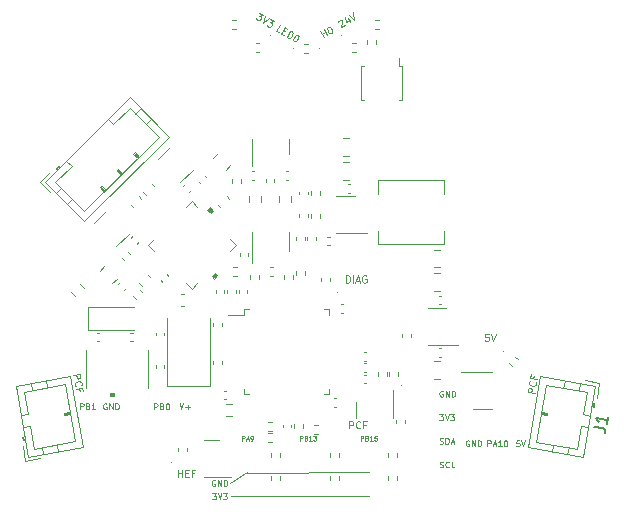
<source format=gto>
G04 #@! TF.GenerationSoftware,KiCad,Pcbnew,(6.0.0)*
G04 #@! TF.CreationDate,2022-01-08T17:27:50+01:00*
G04 #@! TF.ProjectId,MiniAB-CAN-Board,4d696e69-4142-42d4-9341-4e2d426f6172,1*
G04 #@! TF.SameCoordinates,Original*
G04 #@! TF.FileFunction,Legend,Top*
G04 #@! TF.FilePolarity,Positive*
%FSLAX46Y46*%
G04 Gerber Fmt 4.6, Leading zero omitted, Abs format (unit mm)*
G04 Created by KiCad (PCBNEW (6.0.0)) date 2022-01-08 17:27:50*
%MOMM*%
%LPD*%
G01*
G04 APERTURE LIST*
%ADD10C,0.100000*%
%ADD11C,0.080000*%
%ADD12C,0.150000*%
%ADD13C,0.120000*%
G04 APERTURE END LIST*
D10*
X207630000Y-85710000D02*
X219340000Y-85710000D01*
X209050000Y-83720000D02*
X219340000Y-83700000D01*
X209050000Y-83710000D02*
X207620000Y-84590000D01*
X203313809Y-77866190D02*
X203480476Y-78366190D01*
X203647142Y-77866190D01*
X203813809Y-78175714D02*
X204194761Y-78175714D01*
X204004285Y-78366190D02*
X204004285Y-77985238D01*
D11*
X208593333Y-81010952D02*
X208593333Y-80610952D01*
X208745714Y-80610952D01*
X208783809Y-80630000D01*
X208802857Y-80649047D01*
X208821904Y-80687142D01*
X208821904Y-80744285D01*
X208802857Y-80782380D01*
X208783809Y-80801428D01*
X208745714Y-80820476D01*
X208593333Y-80820476D01*
X208974285Y-80896666D02*
X209164761Y-80896666D01*
X208936190Y-81010952D02*
X209069523Y-80610952D01*
X209202857Y-81010952D01*
X209355238Y-81010952D02*
X209431428Y-81010952D01*
X209469523Y-80991904D01*
X209488571Y-80972857D01*
X209526666Y-80915714D01*
X209545714Y-80839523D01*
X209545714Y-80687142D01*
X209526666Y-80649047D01*
X209507619Y-80630000D01*
X209469523Y-80610952D01*
X209393333Y-80610952D01*
X209355238Y-80630000D01*
X209336190Y-80649047D01*
X209317142Y-80687142D01*
X209317142Y-80782380D01*
X209336190Y-80820476D01*
X209355238Y-80839523D01*
X209393333Y-80858571D01*
X209469523Y-80858571D01*
X209507619Y-80839523D01*
X209526666Y-80820476D01*
X209545714Y-80782380D01*
X218654285Y-81010952D02*
X218654285Y-80610952D01*
X218806666Y-80610952D01*
X218844761Y-80630000D01*
X218863809Y-80649047D01*
X218882857Y-80687142D01*
X218882857Y-80744285D01*
X218863809Y-80782380D01*
X218844761Y-80801428D01*
X218806666Y-80820476D01*
X218654285Y-80820476D01*
X219187619Y-80801428D02*
X219244761Y-80820476D01*
X219263809Y-80839523D01*
X219282857Y-80877619D01*
X219282857Y-80934761D01*
X219263809Y-80972857D01*
X219244761Y-80991904D01*
X219206666Y-81010952D01*
X219054285Y-81010952D01*
X219054285Y-80610952D01*
X219187619Y-80610952D01*
X219225714Y-80630000D01*
X219244761Y-80649047D01*
X219263809Y-80687142D01*
X219263809Y-80725238D01*
X219244761Y-80763333D01*
X219225714Y-80782380D01*
X219187619Y-80801428D01*
X219054285Y-80801428D01*
X219663809Y-81010952D02*
X219435238Y-81010952D01*
X219549523Y-81010952D02*
X219549523Y-80610952D01*
X219511428Y-80668095D01*
X219473333Y-80706190D01*
X219435238Y-80725238D01*
X220025714Y-80610952D02*
X219835238Y-80610952D01*
X219816190Y-80801428D01*
X219835238Y-80782380D01*
X219873333Y-80763333D01*
X219968571Y-80763333D01*
X220006666Y-80782380D01*
X220025714Y-80801428D01*
X220044761Y-80839523D01*
X220044761Y-80934761D01*
X220025714Y-80972857D01*
X220006666Y-80991904D01*
X219968571Y-81010952D01*
X219873333Y-81010952D01*
X219835238Y-80991904D01*
X219816190Y-80972857D01*
D10*
X194900952Y-78356190D02*
X194900952Y-77856190D01*
X195091428Y-77856190D01*
X195139047Y-77880000D01*
X195162857Y-77903809D01*
X195186666Y-77951428D01*
X195186666Y-78022857D01*
X195162857Y-78070476D01*
X195139047Y-78094285D01*
X195091428Y-78118095D01*
X194900952Y-78118095D01*
X195567619Y-78094285D02*
X195639047Y-78118095D01*
X195662857Y-78141904D01*
X195686666Y-78189523D01*
X195686666Y-78260952D01*
X195662857Y-78308571D01*
X195639047Y-78332380D01*
X195591428Y-78356190D01*
X195400952Y-78356190D01*
X195400952Y-77856190D01*
X195567619Y-77856190D01*
X195615238Y-77880000D01*
X195639047Y-77903809D01*
X195662857Y-77951428D01*
X195662857Y-77999047D01*
X195639047Y-78046666D01*
X195615238Y-78070476D01*
X195567619Y-78094285D01*
X195400952Y-78094285D01*
X196162857Y-78356190D02*
X195877142Y-78356190D01*
X196020000Y-78356190D02*
X196020000Y-77856190D01*
X195972380Y-77927619D01*
X195924761Y-77975238D01*
X195877142Y-77999047D01*
X227819047Y-81010000D02*
X227771428Y-80986190D01*
X227700000Y-80986190D01*
X227628571Y-81010000D01*
X227580952Y-81057619D01*
X227557142Y-81105238D01*
X227533333Y-81200476D01*
X227533333Y-81271904D01*
X227557142Y-81367142D01*
X227580952Y-81414761D01*
X227628571Y-81462380D01*
X227700000Y-81486190D01*
X227747619Y-81486190D01*
X227819047Y-81462380D01*
X227842857Y-81438571D01*
X227842857Y-81271904D01*
X227747619Y-81271904D01*
X228057142Y-81486190D02*
X228057142Y-80986190D01*
X228342857Y-81486190D01*
X228342857Y-80986190D01*
X228580952Y-81486190D02*
X228580952Y-80986190D01*
X228700000Y-80986190D01*
X228771428Y-81010000D01*
X228819047Y-81057619D01*
X228842857Y-81105238D01*
X228866666Y-81200476D01*
X228866666Y-81271904D01*
X228842857Y-81367142D01*
X228819047Y-81414761D01*
X228771428Y-81462380D01*
X228700000Y-81486190D01*
X228580952Y-81486190D01*
X201170952Y-78366190D02*
X201170952Y-77866190D01*
X201361428Y-77866190D01*
X201409047Y-77890000D01*
X201432857Y-77913809D01*
X201456666Y-77961428D01*
X201456666Y-78032857D01*
X201432857Y-78080476D01*
X201409047Y-78104285D01*
X201361428Y-78128095D01*
X201170952Y-78128095D01*
X201837619Y-78104285D02*
X201909047Y-78128095D01*
X201932857Y-78151904D01*
X201956666Y-78199523D01*
X201956666Y-78270952D01*
X201932857Y-78318571D01*
X201909047Y-78342380D01*
X201861428Y-78366190D01*
X201670952Y-78366190D01*
X201670952Y-77866190D01*
X201837619Y-77866190D01*
X201885238Y-77890000D01*
X201909047Y-77913809D01*
X201932857Y-77961428D01*
X201932857Y-78009047D01*
X201909047Y-78056666D01*
X201885238Y-78080476D01*
X201837619Y-78104285D01*
X201670952Y-78104285D01*
X202266190Y-77866190D02*
X202313809Y-77866190D01*
X202361428Y-77890000D01*
X202385238Y-77913809D01*
X202409047Y-77961428D01*
X202432857Y-78056666D01*
X202432857Y-78175714D01*
X202409047Y-78270952D01*
X202385238Y-78318571D01*
X202361428Y-78342380D01*
X202313809Y-78366190D01*
X202266190Y-78366190D01*
X202218571Y-78342380D01*
X202194761Y-78318571D01*
X202170952Y-78270952D01*
X202147142Y-78175714D01*
X202147142Y-78056666D01*
X202170952Y-77961428D01*
X202194761Y-77913809D01*
X202218571Y-77890000D01*
X202266190Y-77866190D01*
X225344761Y-83262380D02*
X225416190Y-83286190D01*
X225535238Y-83286190D01*
X225582857Y-83262380D01*
X225606666Y-83238571D01*
X225630476Y-83190952D01*
X225630476Y-83143333D01*
X225606666Y-83095714D01*
X225582857Y-83071904D01*
X225535238Y-83048095D01*
X225440000Y-83024285D01*
X225392380Y-83000476D01*
X225368571Y-82976666D01*
X225344761Y-82929047D01*
X225344761Y-82881428D01*
X225368571Y-82833809D01*
X225392380Y-82810000D01*
X225440000Y-82786190D01*
X225559047Y-82786190D01*
X225630476Y-82810000D01*
X226130476Y-83238571D02*
X226106666Y-83262380D01*
X226035238Y-83286190D01*
X225987619Y-83286190D01*
X225916190Y-83262380D01*
X225868571Y-83214761D01*
X225844761Y-83167142D01*
X225820952Y-83071904D01*
X225820952Y-83000476D01*
X225844761Y-82905238D01*
X225868571Y-82857619D01*
X225916190Y-82810000D01*
X225987619Y-82786190D01*
X226035238Y-82786190D01*
X226106666Y-82810000D01*
X226130476Y-82833809D01*
X226582857Y-83286190D02*
X226344761Y-83286190D01*
X226344761Y-82786190D01*
X197129047Y-77880000D02*
X197081428Y-77856190D01*
X197010000Y-77856190D01*
X196938571Y-77880000D01*
X196890952Y-77927619D01*
X196867142Y-77975238D01*
X196843333Y-78070476D01*
X196843333Y-78141904D01*
X196867142Y-78237142D01*
X196890952Y-78284761D01*
X196938571Y-78332380D01*
X197010000Y-78356190D01*
X197057619Y-78356190D01*
X197129047Y-78332380D01*
X197152857Y-78308571D01*
X197152857Y-78141904D01*
X197057619Y-78141904D01*
X197367142Y-78356190D02*
X197367142Y-77856190D01*
X197652857Y-78356190D01*
X197652857Y-77856190D01*
X197890952Y-78356190D02*
X197890952Y-77856190D01*
X198010000Y-77856190D01*
X198081428Y-77880000D01*
X198129047Y-77927619D01*
X198152857Y-77975238D01*
X198176666Y-78070476D01*
X198176666Y-78141904D01*
X198152857Y-78237142D01*
X198129047Y-78284761D01*
X198081428Y-78332380D01*
X198010000Y-78356190D01*
X197890952Y-78356190D01*
X225320952Y-78776190D02*
X225630476Y-78776190D01*
X225463809Y-78966666D01*
X225535238Y-78966666D01*
X225582857Y-78990476D01*
X225606666Y-79014285D01*
X225630476Y-79061904D01*
X225630476Y-79180952D01*
X225606666Y-79228571D01*
X225582857Y-79252380D01*
X225535238Y-79276190D01*
X225392380Y-79276190D01*
X225344761Y-79252380D01*
X225320952Y-79228571D01*
X225773333Y-78776190D02*
X225940000Y-79276190D01*
X226106666Y-78776190D01*
X226225714Y-78776190D02*
X226535238Y-78776190D01*
X226368571Y-78966666D01*
X226440000Y-78966666D01*
X226487619Y-78990476D01*
X226511428Y-79014285D01*
X226535238Y-79061904D01*
X226535238Y-79180952D01*
X226511428Y-79228571D01*
X226487619Y-79252380D01*
X226440000Y-79276190D01*
X226297142Y-79276190D01*
X226249523Y-79252380D01*
X226225714Y-79228571D01*
X229388571Y-81486190D02*
X229388571Y-80986190D01*
X229579047Y-80986190D01*
X229626666Y-81010000D01*
X229650476Y-81033809D01*
X229674285Y-81081428D01*
X229674285Y-81152857D01*
X229650476Y-81200476D01*
X229626666Y-81224285D01*
X229579047Y-81248095D01*
X229388571Y-81248095D01*
X229864761Y-81343333D02*
X230102857Y-81343333D01*
X229817142Y-81486190D02*
X229983809Y-80986190D01*
X230150476Y-81486190D01*
X230579047Y-81486190D02*
X230293333Y-81486190D01*
X230436190Y-81486190D02*
X230436190Y-80986190D01*
X230388571Y-81057619D01*
X230340952Y-81105238D01*
X230293333Y-81129047D01*
X230888571Y-80986190D02*
X230936190Y-80986190D01*
X230983809Y-81010000D01*
X231007619Y-81033809D01*
X231031428Y-81081428D01*
X231055238Y-81176666D01*
X231055238Y-81295714D01*
X231031428Y-81390952D01*
X231007619Y-81438571D01*
X230983809Y-81462380D01*
X230936190Y-81486190D01*
X230888571Y-81486190D01*
X230840952Y-81462380D01*
X230817142Y-81438571D01*
X230793333Y-81390952D01*
X230769523Y-81295714D01*
X230769523Y-81176666D01*
X230793333Y-81081428D01*
X230817142Y-81033809D01*
X230840952Y-81010000D01*
X230888571Y-80986190D01*
D11*
X213504285Y-81010952D02*
X213504285Y-80610952D01*
X213656666Y-80610952D01*
X213694761Y-80630000D01*
X213713809Y-80649047D01*
X213732857Y-80687142D01*
X213732857Y-80744285D01*
X213713809Y-80782380D01*
X213694761Y-80801428D01*
X213656666Y-80820476D01*
X213504285Y-80820476D01*
X214037619Y-80801428D02*
X214094761Y-80820476D01*
X214113809Y-80839523D01*
X214132857Y-80877619D01*
X214132857Y-80934761D01*
X214113809Y-80972857D01*
X214094761Y-80991904D01*
X214056666Y-81010952D01*
X213904285Y-81010952D01*
X213904285Y-80610952D01*
X214037619Y-80610952D01*
X214075714Y-80630000D01*
X214094761Y-80649047D01*
X214113809Y-80687142D01*
X214113809Y-80725238D01*
X214094761Y-80763333D01*
X214075714Y-80782380D01*
X214037619Y-80801428D01*
X213904285Y-80801428D01*
X214513809Y-81010952D02*
X214285238Y-81010952D01*
X214399523Y-81010952D02*
X214399523Y-80610952D01*
X214361428Y-80668095D01*
X214323333Y-80706190D01*
X214285238Y-80725238D01*
X214647142Y-80610952D02*
X214894761Y-80610952D01*
X214761428Y-80763333D01*
X214818571Y-80763333D01*
X214856666Y-80782380D01*
X214875714Y-80801428D01*
X214894761Y-80839523D01*
X214894761Y-80934761D01*
X214875714Y-80972857D01*
X214856666Y-80991904D01*
X214818571Y-81010952D01*
X214704285Y-81010952D01*
X214666190Y-80991904D01*
X214647142Y-80972857D01*
D10*
X206080952Y-85476190D02*
X206390476Y-85476190D01*
X206223809Y-85666666D01*
X206295238Y-85666666D01*
X206342857Y-85690476D01*
X206366666Y-85714285D01*
X206390476Y-85761904D01*
X206390476Y-85880952D01*
X206366666Y-85928571D01*
X206342857Y-85952380D01*
X206295238Y-85976190D01*
X206152380Y-85976190D01*
X206104761Y-85952380D01*
X206080952Y-85928571D01*
X206533333Y-85476190D02*
X206700000Y-85976190D01*
X206866666Y-85476190D01*
X206985714Y-85476190D02*
X207295238Y-85476190D01*
X207128571Y-85666666D01*
X207200000Y-85666666D01*
X207247619Y-85690476D01*
X207271428Y-85714285D01*
X207295238Y-85761904D01*
X207295238Y-85880952D01*
X207271428Y-85928571D01*
X207247619Y-85952380D01*
X207200000Y-85976190D01*
X207057142Y-85976190D01*
X207009523Y-85952380D01*
X206985714Y-85928571D01*
X206319047Y-84390000D02*
X206271428Y-84366190D01*
X206200000Y-84366190D01*
X206128571Y-84390000D01*
X206080952Y-84437619D01*
X206057142Y-84485238D01*
X206033333Y-84580476D01*
X206033333Y-84651904D01*
X206057142Y-84747142D01*
X206080952Y-84794761D01*
X206128571Y-84842380D01*
X206200000Y-84866190D01*
X206247619Y-84866190D01*
X206319047Y-84842380D01*
X206342857Y-84818571D01*
X206342857Y-84651904D01*
X206247619Y-84651904D01*
X206557142Y-84866190D02*
X206557142Y-84366190D01*
X206842857Y-84866190D01*
X206842857Y-84366190D01*
X207080952Y-84866190D02*
X207080952Y-84366190D01*
X207200000Y-84366190D01*
X207271428Y-84390000D01*
X207319047Y-84437619D01*
X207342857Y-84485238D01*
X207366666Y-84580476D01*
X207366666Y-84651904D01*
X207342857Y-84747142D01*
X207319047Y-84794761D01*
X207271428Y-84842380D01*
X207200000Y-84866190D01*
X207080952Y-84866190D01*
X225609047Y-76810000D02*
X225561428Y-76786190D01*
X225490000Y-76786190D01*
X225418571Y-76810000D01*
X225370952Y-76857619D01*
X225347142Y-76905238D01*
X225323333Y-77000476D01*
X225323333Y-77071904D01*
X225347142Y-77167142D01*
X225370952Y-77214761D01*
X225418571Y-77262380D01*
X225490000Y-77286190D01*
X225537619Y-77286190D01*
X225609047Y-77262380D01*
X225632857Y-77238571D01*
X225632857Y-77071904D01*
X225537619Y-77071904D01*
X225847142Y-77286190D02*
X225847142Y-76786190D01*
X226132857Y-77286190D01*
X226132857Y-76786190D01*
X226370952Y-77286190D02*
X226370952Y-76786190D01*
X226490000Y-76786190D01*
X226561428Y-76810000D01*
X226609047Y-76857619D01*
X226632857Y-76905238D01*
X226656666Y-77000476D01*
X226656666Y-77071904D01*
X226632857Y-77167142D01*
X226609047Y-77214761D01*
X226561428Y-77262380D01*
X226490000Y-77286190D01*
X226370952Y-77286190D01*
X225332857Y-81262380D02*
X225404285Y-81286190D01*
X225523333Y-81286190D01*
X225570952Y-81262380D01*
X225594761Y-81238571D01*
X225618571Y-81190952D01*
X225618571Y-81143333D01*
X225594761Y-81095714D01*
X225570952Y-81071904D01*
X225523333Y-81048095D01*
X225428095Y-81024285D01*
X225380476Y-81000476D01*
X225356666Y-80976666D01*
X225332857Y-80929047D01*
X225332857Y-80881428D01*
X225356666Y-80833809D01*
X225380476Y-80810000D01*
X225428095Y-80786190D01*
X225547142Y-80786190D01*
X225618571Y-80810000D01*
X225832857Y-81286190D02*
X225832857Y-80786190D01*
X225951904Y-80786190D01*
X226023333Y-80810000D01*
X226070952Y-80857619D01*
X226094761Y-80905238D01*
X226118571Y-81000476D01*
X226118571Y-81071904D01*
X226094761Y-81167142D01*
X226070952Y-81214761D01*
X226023333Y-81262380D01*
X225951904Y-81286190D01*
X225832857Y-81286190D01*
X226309047Y-81143333D02*
X226547142Y-81143333D01*
X226261428Y-81286190D02*
X226428095Y-80786190D01*
X226594761Y-81286190D01*
X232094761Y-80986190D02*
X231856666Y-80986190D01*
X231832857Y-81224285D01*
X231856666Y-81200476D01*
X231904285Y-81176666D01*
X232023333Y-81176666D01*
X232070952Y-81200476D01*
X232094761Y-81224285D01*
X232118571Y-81271904D01*
X232118571Y-81390952D01*
X232094761Y-81438571D01*
X232070952Y-81462380D01*
X232023333Y-81486190D01*
X231904285Y-81486190D01*
X231856666Y-81462380D01*
X231832857Y-81438571D01*
X232261428Y-80986190D02*
X232428095Y-81486190D01*
X232594761Y-80986190D01*
G04 #@! TO.C,D7*
X211732811Y-46449349D02*
X211485375Y-46306492D01*
X211785375Y-45786877D01*
X212063159Y-46277170D02*
X212236364Y-46377170D01*
X212153452Y-46692206D02*
X211906016Y-46549349D01*
X212206016Y-46029734D01*
X212453452Y-46172591D01*
X212376144Y-46820778D02*
X212676144Y-46301163D01*
X212799862Y-46372591D01*
X212859807Y-46440192D01*
X212880723Y-46518250D01*
X212876895Y-46582023D01*
X212844496Y-46695283D01*
X212801639Y-46769514D01*
X212719752Y-46854203D01*
X212666437Y-46889404D01*
X212588379Y-46910320D01*
X212499862Y-46892206D01*
X212376144Y-46820778D01*
X213294734Y-46658305D02*
X213344221Y-46686877D01*
X213379422Y-46740192D01*
X213389880Y-46779221D01*
X213386052Y-46842994D01*
X213353653Y-46956254D01*
X213282225Y-47079972D01*
X213200338Y-47164661D01*
X213147023Y-47199862D01*
X213107994Y-47210320D01*
X213044221Y-47206492D01*
X212994734Y-47177921D01*
X212959532Y-47124606D01*
X212949074Y-47085576D01*
X212952902Y-47021803D01*
X212985302Y-46908543D01*
X213056730Y-46784826D01*
X213138617Y-46700137D01*
X213191932Y-46664935D01*
X213230961Y-46654478D01*
X213294734Y-46658305D01*
G04 #@! TO.C,D6*
X210040952Y-44774020D02*
X210362619Y-44959734D01*
X210075128Y-45057683D01*
X210149359Y-45100540D01*
X210184560Y-45153855D01*
X210195018Y-45192884D01*
X210191190Y-45256657D01*
X210119761Y-45380375D01*
X210066446Y-45415576D01*
X210027417Y-45426034D01*
X209963644Y-45422206D01*
X209815183Y-45336492D01*
X209779981Y-45283177D01*
X209769523Y-45244148D01*
X210511080Y-45045448D02*
X210384285Y-45665064D01*
X210857490Y-45245448D01*
X210981208Y-45316877D02*
X211302875Y-45502591D01*
X211015384Y-45600540D01*
X211089615Y-45643397D01*
X211124816Y-45696712D01*
X211135274Y-45735741D01*
X211131446Y-45799514D01*
X211060018Y-45923232D01*
X211006703Y-45958434D01*
X210967673Y-45968891D01*
X210903900Y-45965064D01*
X210755439Y-45879349D01*
X210720238Y-45826034D01*
X210709780Y-45787005D01*
G04 #@! TO.C,D9*
X217402857Y-67631428D02*
X217402857Y-67031428D01*
X217545714Y-67031428D01*
X217631428Y-67060000D01*
X217688571Y-67117142D01*
X217717142Y-67174285D01*
X217745714Y-67288571D01*
X217745714Y-67374285D01*
X217717142Y-67488571D01*
X217688571Y-67545714D01*
X217631428Y-67602857D01*
X217545714Y-67631428D01*
X217402857Y-67631428D01*
X218002857Y-67631428D02*
X218002857Y-67031428D01*
X218260000Y-67460000D02*
X218545714Y-67460000D01*
X218202857Y-67631428D02*
X218402857Y-67031428D01*
X218602857Y-67631428D01*
X219117142Y-67060000D02*
X219060000Y-67031428D01*
X218974285Y-67031428D01*
X218888571Y-67060000D01*
X218831428Y-67117142D01*
X218802857Y-67174285D01*
X218774285Y-67288571D01*
X218774285Y-67374285D01*
X218802857Y-67488571D01*
X218831428Y-67545714D01*
X218888571Y-67602857D01*
X218974285Y-67631428D01*
X219031428Y-67631428D01*
X219117142Y-67602857D01*
X219145714Y-67574285D01*
X219145714Y-67374285D01*
X219031428Y-67374285D01*
G04 #@! TO.C,J2*
X194298660Y-75493698D02*
X194889545Y-75389510D01*
X194929236Y-75614608D01*
X194911021Y-75675845D01*
X194887845Y-75708943D01*
X194836532Y-75747003D01*
X194752120Y-75761888D01*
X194690884Y-75743673D01*
X194657785Y-75720497D01*
X194619725Y-75669184D01*
X194580034Y-75444085D01*
X194518660Y-76412309D02*
X194485562Y-76389133D01*
X194442540Y-76309682D01*
X194432617Y-76253407D01*
X194445871Y-76164034D01*
X194492223Y-76097836D01*
X194543536Y-76059776D01*
X194651124Y-76011793D01*
X194735536Y-75996909D01*
X194853047Y-76005201D01*
X194914283Y-76023416D01*
X194980480Y-76069768D01*
X195023502Y-76149218D01*
X195033425Y-76205493D01*
X195020171Y-76294867D01*
X194996995Y-76327965D01*
X194851279Y-76817854D02*
X194816549Y-76620893D01*
X194507038Y-76675468D02*
X195097923Y-76571279D01*
X195147536Y-76852653D01*
G04 #@! TO.C,D2*
X203180000Y-84091428D02*
X203180000Y-83491428D01*
X203180000Y-83777142D02*
X203522857Y-83777142D01*
X203522857Y-84091428D02*
X203522857Y-83491428D01*
X203808571Y-83777142D02*
X204008571Y-83777142D01*
X204094285Y-84091428D02*
X203808571Y-84091428D01*
X203808571Y-83491428D01*
X204094285Y-83491428D01*
X204551428Y-83777142D02*
X204351428Y-83777142D01*
X204351428Y-84091428D02*
X204351428Y-83491428D01*
X204637142Y-83491428D01*
G04 #@! TO.C,D4*
X216735696Y-45552078D02*
X216746154Y-45513049D01*
X216781355Y-45459734D01*
X216905073Y-45388305D01*
X216968846Y-45384478D01*
X217007875Y-45394935D01*
X217061190Y-45430137D01*
X217089761Y-45479624D01*
X217107875Y-45568141D01*
X216982381Y-46036492D01*
X217304047Y-45850778D01*
X217549432Y-45247225D02*
X217749432Y-45593635D01*
X217311428Y-45120705D02*
X217401996Y-45563287D01*
X217723662Y-45377573D01*
X217647380Y-44959734D02*
X218120585Y-45379349D01*
X217993791Y-44759734D01*
D12*
G04 #@! TO.C,J1*
X238440404Y-79822262D02*
X239143838Y-79946296D01*
X239276256Y-80017999D01*
X239353510Y-80128328D01*
X239375598Y-80277284D01*
X239359060Y-80371075D01*
X239598860Y-79011102D02*
X239499633Y-79573849D01*
X239549246Y-79292476D02*
X238564439Y-79118828D01*
X238688588Y-79237426D01*
X238765841Y-79347755D01*
X238796199Y-79449815D01*
D10*
X233383270Y-76980567D02*
X232792385Y-76876378D01*
X232832076Y-76651279D01*
X232870137Y-76599966D01*
X232903235Y-76576790D01*
X232964471Y-76558575D01*
X233048883Y-76573459D01*
X233100197Y-76611519D01*
X233123373Y-76644618D01*
X233141587Y-76705854D01*
X233101896Y-76930953D01*
X233490721Y-76042111D02*
X233513897Y-76075210D01*
X233527150Y-76164583D01*
X233517227Y-76220858D01*
X233474206Y-76300309D01*
X233408008Y-76346661D01*
X233346772Y-76364875D01*
X233229261Y-76373167D01*
X233144849Y-76358283D01*
X233037261Y-76310300D01*
X232985948Y-76272240D01*
X232939596Y-76206042D01*
X232926343Y-76116669D01*
X232936265Y-76060394D01*
X232979287Y-75980943D01*
X233012386Y-75957768D01*
X233316866Y-75547261D02*
X233282137Y-75744222D01*
X233591648Y-75798797D02*
X233000763Y-75694608D01*
X233050377Y-75413235D01*
G04 #@! TO.C,D1*
X217685714Y-79971428D02*
X217685714Y-79371428D01*
X217914285Y-79371428D01*
X217971428Y-79400000D01*
X218000000Y-79428571D01*
X218028571Y-79485714D01*
X218028571Y-79571428D01*
X218000000Y-79628571D01*
X217971428Y-79657142D01*
X217914285Y-79685714D01*
X217685714Y-79685714D01*
X218628571Y-79914285D02*
X218600000Y-79942857D01*
X218514285Y-79971428D01*
X218457142Y-79971428D01*
X218371428Y-79942857D01*
X218314285Y-79885714D01*
X218285714Y-79828571D01*
X218257142Y-79714285D01*
X218257142Y-79628571D01*
X218285714Y-79514285D01*
X218314285Y-79457142D01*
X218371428Y-79400000D01*
X218457142Y-79371428D01*
X218514285Y-79371428D01*
X218600000Y-79400000D01*
X218628571Y-79428571D01*
X219085714Y-79657142D02*
X218885714Y-79657142D01*
X218885714Y-79971428D02*
X218885714Y-79371428D01*
X219171428Y-79371428D01*
G04 #@! TO.C,D3*
X215519816Y-46883635D02*
X215219816Y-46364020D01*
X215362674Y-46611456D02*
X215659597Y-46440027D01*
X215816739Y-46712206D02*
X215516739Y-46192591D01*
X215863150Y-45992591D02*
X215912637Y-45964020D01*
X215976410Y-45960192D01*
X216015439Y-45970650D01*
X216068754Y-46005851D01*
X216150640Y-46090540D01*
X216222069Y-46214258D01*
X216254468Y-46327518D01*
X216258296Y-46391291D01*
X216247838Y-46430320D01*
X216212637Y-46483635D01*
X216163150Y-46512206D01*
X216099377Y-46516034D01*
X216060347Y-46505576D01*
X216007032Y-46470375D01*
X215925146Y-46385686D01*
X215853717Y-46261968D01*
X215821318Y-46148708D01*
X215817490Y-46084935D01*
X215827948Y-46045906D01*
X215863150Y-45992591D01*
G04 #@! TO.C,D5*
X229495714Y-71981428D02*
X229210000Y-71981428D01*
X229181428Y-72267142D01*
X229210000Y-72238571D01*
X229267142Y-72210000D01*
X229410000Y-72210000D01*
X229467142Y-72238571D01*
X229495714Y-72267142D01*
X229524285Y-72324285D01*
X229524285Y-72467142D01*
X229495714Y-72524285D01*
X229467142Y-72552857D01*
X229410000Y-72581428D01*
X229267142Y-72581428D01*
X229210000Y-72552857D01*
X229181428Y-72524285D01*
X229695714Y-71981428D02*
X229895714Y-72581428D01*
X230095714Y-71981428D01*
D13*
G04 #@! TO.C,C35*
X203602591Y-59421890D02*
X203755094Y-59269387D01*
X204111708Y-59931007D02*
X204264211Y-59778504D01*
G04 #@! TO.C,C41*
X199888338Y-60335177D02*
X200087149Y-60533988D01*
X199167089Y-61056426D02*
X199365900Y-61255237D01*
G04 #@! TO.C,R22*
X211060000Y-82086359D02*
X211060000Y-82393641D01*
X211820000Y-82086359D02*
X211820000Y-82393641D01*
G04 #@! TO.C,FB1*
X194132770Y-68471697D02*
X194468303Y-68807230D01*
X194871697Y-67732770D02*
X195207230Y-68068303D01*
G04 #@! TO.C,R32*
X214430000Y-59906359D02*
X214430000Y-60213641D01*
X215190000Y-59906359D02*
X215190000Y-60213641D01*
G04 #@! TO.C,C36*
X200962705Y-59259937D02*
X201161516Y-59458748D01*
X200241456Y-59981186D02*
X200440267Y-60179997D01*
G04 #@! TO.C,L2*
X220080000Y-64390000D02*
X220080000Y-63240000D01*
X220080000Y-64390000D02*
X225680000Y-64390000D01*
X225680000Y-58990000D02*
X225680000Y-60140000D01*
X220080000Y-58990000D02*
X225680000Y-58990000D01*
X220080000Y-58990000D02*
X220080000Y-60140000D01*
X225680000Y-64390000D02*
X225680000Y-63240000D01*
G04 #@! TO.C,C3*
X196302164Y-71896500D02*
X196517836Y-71896500D01*
X196302164Y-72616500D02*
X196517836Y-72616500D01*
G04 #@! TO.C,C21*
X217681252Y-56893544D02*
X217158748Y-56893544D01*
X217681252Y-55423544D02*
X217158748Y-55423544D01*
G04 #@! TO.C,C45*
X200104333Y-67898999D02*
X199905522Y-67700188D01*
X200825582Y-67177750D02*
X200626771Y-66978939D01*
G04 #@! TO.C,R21*
X211820000Y-84006359D02*
X211820000Y-84313641D01*
X211060000Y-84006359D02*
X211060000Y-84313641D01*
G04 #@! TO.C,R25*
X208153641Y-67090000D02*
X207846359Y-67090000D01*
X208153641Y-66330000D02*
X207846359Y-66330000D01*
G04 #@! TO.C,C42*
X216057836Y-64460000D02*
X215842164Y-64460000D01*
X216057836Y-63740000D02*
X215842164Y-63740000D01*
G04 #@! TO.C,R5*
X211133641Y-80410000D02*
X210826359Y-80410000D01*
X211133641Y-81170000D02*
X210826359Y-81170000D01*
G04 #@! TO.C,U4*
X225110000Y-72880000D02*
X224310000Y-72880000D01*
X225110000Y-72880000D02*
X226910000Y-72880000D01*
X225110000Y-69760000D02*
X224310000Y-69760000D01*
X225110000Y-69760000D02*
X225910000Y-69760000D01*
G04 #@! TO.C,R37*
X213420000Y-62123641D02*
X213420000Y-61816359D01*
X214180000Y-62123641D02*
X214180000Y-61816359D01*
G04 #@! TO.C,R20*
X210083641Y-47330000D02*
X209776359Y-47330000D01*
X210083641Y-48090000D02*
X209776359Y-48090000D01*
G04 #@! TO.C,D8*
X212560000Y-56117500D02*
X212560000Y-55467500D01*
X212560000Y-56117500D02*
X212560000Y-56767500D01*
X209440000Y-56117500D02*
X209440000Y-57792500D01*
X209440000Y-56117500D02*
X209440000Y-55467500D01*
G04 #@! TO.C,R17*
X208093641Y-45410000D02*
X207786359Y-45410000D01*
X208093641Y-46170000D02*
X207786359Y-46170000D01*
G04 #@! TO.C,C18*
X222180000Y-72217836D02*
X222180000Y-72002164D01*
X222900000Y-72217836D02*
X222900000Y-72002164D01*
G04 #@! TO.C,C6*
X206370000Y-68487836D02*
X206370000Y-68272164D01*
X207090000Y-68487836D02*
X207090000Y-68272164D01*
G04 #@! TO.C,R23*
X199620564Y-69007965D02*
X199403283Y-68790684D01*
X200157965Y-68470564D02*
X199940684Y-68253283D01*
G04 #@! TO.C,C1*
X199462500Y-69745000D02*
X195552500Y-69745000D01*
X195552500Y-69745000D02*
X195552500Y-71615000D01*
X195552500Y-71615000D02*
X199462500Y-71615000D01*
D10*
G04 #@! TO.C,D7*
X212943947Y-47815000D02*
G75*
G03*
X212943947Y-47815000I-50001J0D01*
G01*
D13*
G04 #@! TO.C,C2*
X201310000Y-72097836D02*
X201310000Y-71882164D01*
X202030000Y-72097836D02*
X202030000Y-71882164D01*
G04 #@! TO.C,R9*
X219150000Y-47403641D02*
X219150000Y-47096359D01*
X219910000Y-47403641D02*
X219910000Y-47096359D01*
G04 #@! TO.C,C24*
X217681252Y-57443545D02*
X217158748Y-57443545D01*
X217681252Y-58913545D02*
X217158748Y-58913545D01*
G04 #@! TO.C,R31*
X214430000Y-61826359D02*
X214430000Y-62133641D01*
X215190000Y-61826359D02*
X215190000Y-62133641D01*
D10*
G04 #@! TO.C,D6*
X211033969Y-46725000D02*
G75*
G03*
X211033969Y-46725000I-50001J0D01*
G01*
D13*
G04 #@! TO.C,C43*
X196951609Y-66263792D02*
X196582142Y-66633259D01*
X197991056Y-67303239D02*
X197621589Y-67672706D01*
G04 #@! TO.C,C25*
X207217028Y-58091409D02*
X207586495Y-57721942D01*
X206177581Y-57051962D02*
X206547048Y-56682495D01*
G04 #@! TO.C,U3*
X228930000Y-75210000D02*
X229730000Y-75210000D01*
X228930000Y-75210000D02*
X227130000Y-75210000D01*
X228930000Y-78330000D02*
X229730000Y-78330000D01*
X228930000Y-78330000D02*
X228130000Y-78330000D01*
G04 #@! TO.C,C33*
X209442164Y-58200000D02*
X209657836Y-58200000D01*
X209442164Y-58920000D02*
X209657836Y-58920000D01*
G04 #@! TO.C,C23*
X218922164Y-74260000D02*
X219137836Y-74260000D01*
X218922164Y-73540000D02*
X219137836Y-73540000D01*
G04 #@! TO.C,C49*
X225391252Y-66315000D02*
X224868748Y-66315000D01*
X225391252Y-64845000D02*
X224868748Y-64845000D01*
G04 #@! TO.C,U2*
X209200000Y-77110000D02*
X208750000Y-77110000D01*
X215970000Y-69890000D02*
X215970000Y-70340000D01*
X208750000Y-69890000D02*
X208750000Y-70340000D01*
X209200000Y-69890000D02*
X208750000Y-69890000D01*
X215520000Y-69890000D02*
X215970000Y-69890000D01*
X215970000Y-77110000D02*
X215970000Y-76660000D01*
X208750000Y-70340000D02*
X207460000Y-70340000D01*
X208750000Y-77110000D02*
X208750000Y-76660000D01*
X215520000Y-77110000D02*
X215970000Y-77110000D01*
G04 #@! TO.C,J8*
X198342741Y-58519950D02*
X197989188Y-58166397D01*
X199403401Y-56752183D02*
X199544823Y-56610762D01*
X197989188Y-58166397D02*
X198130609Y-58024975D01*
X192820237Y-57947193D02*
X192961659Y-58088615D01*
X196999238Y-59863453D02*
X196645685Y-59509899D01*
X195266827Y-62458535D02*
X202422747Y-55302614D01*
X193173791Y-57876483D02*
X193032369Y-57735061D01*
X200930752Y-53810619D02*
X200499417Y-54241954D01*
X199756955Y-57105736D02*
X199403401Y-56752183D01*
X193032369Y-57735061D02*
X192820237Y-57947193D01*
X193739476Y-57310797D02*
X194170811Y-57742132D01*
X201560077Y-55302614D02*
X199085203Y-52827740D01*
X193774831Y-60966539D02*
X194206167Y-60535204D01*
X191505019Y-59120991D02*
X192388902Y-60004874D01*
X191929283Y-59120991D02*
X195266827Y-62458535D01*
X197706345Y-54206599D02*
X197275010Y-53775263D01*
X199085203Y-52827740D02*
X197706345Y-54206599D01*
X198130609Y-58024975D02*
X198484163Y-58378529D01*
X193103080Y-57805772D02*
X192890948Y-58017904D01*
X196928528Y-59934163D02*
X196574974Y-59580610D01*
X199544823Y-56610762D02*
X199898376Y-56964315D01*
X199827666Y-57035026D02*
X199474112Y-56681472D01*
X192855593Y-60047301D02*
X193286928Y-59615965D01*
X196574974Y-59580610D02*
X196716396Y-59439189D01*
X195266827Y-61595864D02*
X201560077Y-55302614D01*
X199085203Y-51965070D02*
X191929283Y-59120991D01*
X200011513Y-52891380D02*
X199580178Y-53322715D01*
X192791953Y-59120991D02*
X195266827Y-61595864D01*
X194170811Y-57742132D02*
X192791953Y-59120991D01*
X192388902Y-58237107D02*
X191505019Y-59120991D01*
X202422747Y-55302614D02*
X199085203Y-51965070D01*
X198413452Y-58449239D02*
X198059899Y-58095686D01*
X196716396Y-59439189D02*
X197069949Y-59792742D01*
G04 #@! TO.C,R10*
X218223641Y-48090000D02*
X217916359Y-48090000D01*
X218223641Y-47330000D02*
X217916359Y-47330000D01*
G04 #@! TO.C,C11*
X208070000Y-68487836D02*
X208070000Y-68272164D01*
X207350000Y-68487836D02*
X207350000Y-68272164D01*
G04 #@! TO.C,R14*
X221750000Y-84006359D02*
X221750000Y-84313641D01*
X220990000Y-84006359D02*
X220990000Y-84313641D01*
G04 #@! TO.C,Q3*
X218945000Y-49330000D02*
X218650000Y-49330000D01*
X222190000Y-52170000D02*
X222190000Y-49330000D01*
X222190000Y-49330000D02*
X221895000Y-49330000D01*
X221895000Y-52170000D02*
X222190000Y-52170000D01*
X221895000Y-48600000D02*
X221895000Y-49330000D01*
X218650000Y-52170000D02*
X218945000Y-52170000D01*
X218650000Y-49330000D02*
X218650000Y-52170000D01*
G04 #@! TO.C,C9*
X209050000Y-68487836D02*
X209050000Y-68272164D01*
X208330000Y-68487836D02*
X208330000Y-68272164D01*
G04 #@! TO.C,R24*
X215280000Y-67206359D02*
X215280000Y-67513641D01*
X216040000Y-67206359D02*
X216040000Y-67513641D01*
G04 #@! TO.C,Q2*
X206017500Y-80980000D02*
X205367500Y-80980000D01*
X206017500Y-84100000D02*
X205367500Y-84100000D01*
X206017500Y-80980000D02*
X206667500Y-80980000D01*
X206017500Y-84100000D02*
X207692500Y-84100000D01*
D10*
G04 #@! TO.C,D9*
X216710000Y-68450000D02*
G75*
G03*
X216710000Y-68450000I-50000J0D01*
G01*
D13*
G04 #@! TO.C,C13*
X207062164Y-77520000D02*
X207277836Y-77520000D01*
X207062164Y-76800000D02*
X207277836Y-76800000D01*
G04 #@! TO.C,C22*
X225398387Y-74304502D02*
X224875883Y-74304502D01*
X225398387Y-75774502D02*
X224875883Y-75774502D01*
G04 #@! TO.C,R30*
X196057125Y-62590365D02*
X197080644Y-61566846D01*
X197973384Y-64506624D02*
X198996903Y-63483105D01*
G04 #@! TO.C,U5*
X201113007Y-63985841D02*
X200639839Y-64459009D01*
X203884497Y-67703667D02*
X204357665Y-68176835D01*
X200639839Y-64459009D02*
X201113007Y-64932177D01*
X204357665Y-60741183D02*
X203884497Y-61214351D01*
X204830833Y-61214351D02*
X204357665Y-60741183D01*
X208075491Y-64459009D02*
X207602323Y-63985841D01*
X207602323Y-64932177D02*
X208075491Y-64459009D01*
X204357665Y-68176835D02*
X204830833Y-67703667D01*
D10*
X206033650Y-67111507D02*
X206213255Y-67291112D01*
X206213255Y-67291112D02*
X206482663Y-67021705D01*
X206482663Y-67021705D02*
X206303058Y-66842100D01*
X206303058Y-66842100D02*
X206033650Y-67111507D01*
G36*
X206482663Y-67021705D02*
G01*
X206213255Y-67291112D01*
X206033650Y-67111507D01*
X206303058Y-66842100D01*
X206482663Y-67021705D01*
G37*
X206482663Y-67021705D02*
X206213255Y-67291112D01*
X206033650Y-67111507D01*
X206303058Y-66842100D01*
X206482663Y-67021705D01*
X205859701Y-61273351D02*
X206129108Y-61542759D01*
X206129108Y-61542759D02*
X205949503Y-61722364D01*
X205949503Y-61722364D02*
X205680095Y-61452956D01*
X205680095Y-61452956D02*
X205859701Y-61273351D01*
G36*
X206129108Y-61542759D02*
G01*
X205949503Y-61722364D01*
X205680095Y-61452956D01*
X205859701Y-61273351D01*
X206129108Y-61542759D01*
G37*
X206129108Y-61542759D02*
X205949503Y-61722364D01*
X205680095Y-61452956D01*
X205859701Y-61273351D01*
X206129108Y-61542759D01*
D13*
G04 #@! TO.C,R27*
X209207500Y-60327742D02*
X209207500Y-60802258D01*
X210252500Y-60327742D02*
X210252500Y-60802258D01*
G04 #@! TO.C,J2*
X194436848Y-81078580D02*
X193585972Y-76253022D01*
X190477758Y-78781166D02*
X189877026Y-78887092D01*
X193501641Y-78654145D02*
X193994045Y-78567321D01*
X190044725Y-80989917D02*
X190241687Y-80955188D01*
X190722585Y-76138505D02*
X190828510Y-76739237D01*
X190139144Y-76860791D02*
X190477758Y-78781166D01*
X194028774Y-78764282D02*
X193536371Y-78851106D01*
X189992631Y-80694475D02*
X190044725Y-80989917D01*
X190050674Y-79871899D02*
X190651407Y-79765974D01*
X190034805Y-81509534D02*
X190251865Y-82740544D01*
X189432486Y-76365984D02*
X190495213Y-82393007D01*
X190189592Y-80659746D02*
X189992631Y-80694475D01*
X191785311Y-82165528D02*
X191679386Y-81564795D01*
X193536371Y-78851106D02*
X193501641Y-78654145D01*
X195143506Y-81573388D02*
X194080779Y-75546364D01*
X192002835Y-75912762D02*
X192108760Y-76513495D01*
X190091112Y-80677110D02*
X190143206Y-80972553D01*
X190495213Y-82393007D02*
X195143506Y-81573388D01*
X194080779Y-75546364D02*
X189432486Y-76365984D01*
X193065561Y-81939785D02*
X192959636Y-81339053D01*
X194011410Y-78665801D02*
X193519006Y-78752626D01*
X193585972Y-76253022D02*
X190139144Y-76860791D01*
X190990021Y-81686349D02*
X194436848Y-81078580D01*
X190251865Y-82740544D02*
X191482875Y-82523484D01*
X190651407Y-79765974D02*
X190990021Y-81686349D01*
G04 #@! TO.C,R36*
X213910000Y-63736359D02*
X213910000Y-64043641D01*
X213150000Y-63736359D02*
X213150000Y-64043641D01*
G04 #@! TO.C,R15*
X221750000Y-82086359D02*
X221750000Y-82393641D01*
X220990000Y-82086359D02*
X220990000Y-82393641D01*
G04 #@! TO.C,R35*
X208490000Y-59183641D02*
X208490000Y-58876359D01*
X207730000Y-59183641D02*
X207730000Y-58876359D01*
G04 #@! TO.C,R12*
X213800000Y-79953641D02*
X213800000Y-79646359D01*
X213040000Y-79953641D02*
X213040000Y-79646359D01*
G04 #@! TO.C,R13*
X214153641Y-47450000D02*
X213846359Y-47450000D01*
X214153641Y-48210000D02*
X213846359Y-48210000D01*
G04 #@! TO.C,R7*
X203190000Y-81616359D02*
X203190000Y-81923641D01*
X203950000Y-81616359D02*
X203950000Y-81923641D01*
G04 #@! TO.C,R3*
X221670000Y-79553641D02*
X221670000Y-79246359D01*
X222430000Y-79553641D02*
X222430000Y-79246359D01*
G04 #@! TO.C,R4*
X213170000Y-66656359D02*
X213170000Y-66963641D01*
X213930000Y-66656359D02*
X213930000Y-66963641D01*
G04 #@! TO.C,R8*
X220193641Y-45410000D02*
X219886359Y-45410000D01*
X220193641Y-46170000D02*
X219886359Y-46170000D01*
G04 #@! TO.C,C32*
X212302164Y-58920000D02*
X212517836Y-58920000D01*
X212302164Y-58200000D02*
X212517836Y-58200000D01*
G04 #@! TO.C,Y1*
X205890000Y-76410000D02*
X205890000Y-70660000D01*
X202290000Y-76410000D02*
X205890000Y-76410000D01*
X202290000Y-70660000D02*
X202290000Y-76410000D01*
G04 #@! TO.C,C15*
X225487836Y-68740000D02*
X225272164Y-68740000D01*
X225487836Y-69460000D02*
X225272164Y-69460000D01*
G04 #@! TO.C,C14*
X212790000Y-79662164D02*
X212790000Y-79877836D01*
X212070000Y-79662164D02*
X212070000Y-79877836D01*
G04 #@! TO.C,C40*
X211012164Y-66350000D02*
X211227836Y-66350000D01*
X211012164Y-67070000D02*
X211227836Y-67070000D01*
G04 #@! TO.C,C17*
X218922164Y-75200000D02*
X219137836Y-75200000D01*
X218922164Y-74480000D02*
X219137836Y-74480000D01*
G04 #@! TO.C,C10*
X216372164Y-77410000D02*
X216587836Y-77410000D01*
X216372164Y-78130000D02*
X216587836Y-78130000D01*
G04 #@! TO.C,Q1*
X221380000Y-78410000D02*
X221380000Y-79060000D01*
X218260000Y-78410000D02*
X218260000Y-79060000D01*
X218260000Y-78410000D02*
X218260000Y-77760000D01*
X221380000Y-78410000D02*
X221380000Y-76735000D01*
G04 #@! TO.C,R29*
X214900000Y-63736359D02*
X214900000Y-64043641D01*
X214140000Y-63736359D02*
X214140000Y-64043641D01*
G04 #@! TO.C,R34*
X212940000Y-67333641D02*
X212940000Y-67026359D01*
X212180000Y-67333641D02*
X212180000Y-67026359D01*
G04 #@! TO.C,C8*
X216972164Y-70190000D02*
X217187836Y-70190000D01*
X216972164Y-69470000D02*
X217187836Y-69470000D01*
G04 #@! TO.C,C26*
X201709190Y-67448307D02*
X201861693Y-67600810D01*
X202218307Y-66939190D02*
X202370810Y-67091693D01*
G04 #@! TO.C,C47*
X208420000Y-65172164D02*
X208420000Y-65387836D01*
X209140000Y-65172164D02*
X209140000Y-65387836D01*
G04 #@! TO.C,R6*
X210826359Y-79400000D02*
X211133641Y-79400000D01*
X210826359Y-80160000D02*
X211133641Y-80160000D01*
G04 #@! TO.C,C38*
X205593573Y-58728925D02*
X205441070Y-58576422D01*
X205084456Y-59238042D02*
X204931953Y-59085539D01*
G04 #@! TO.C,FB2*
X207277742Y-78922500D02*
X207752258Y-78922500D01*
X207277742Y-77877500D02*
X207752258Y-77877500D01*
G04 #@! TO.C,C27*
X198627718Y-68251399D02*
X198780221Y-68098896D01*
X198118601Y-67742282D02*
X198271104Y-67589779D01*
G04 #@! TO.C,C51*
X225391252Y-68335000D02*
X224868748Y-68335000D01*
X225391252Y-66865000D02*
X224868748Y-66865000D01*
G04 #@! TO.C,R1*
X220850000Y-75196359D02*
X220850000Y-75503641D01*
X220090000Y-75196359D02*
X220090000Y-75503641D01*
G04 #@! TO.C,R18*
X216030000Y-84016359D02*
X216030000Y-84323641D01*
X216790000Y-84016359D02*
X216790000Y-84323641D01*
D10*
G04 #@! TO.C,D2*
X202620000Y-82862500D02*
G75*
G03*
X202620000Y-82862500I-50000J0D01*
G01*
D13*
G04 #@! TO.C,R2*
X221090000Y-75503641D02*
X221090000Y-75196359D01*
X221850000Y-75503641D02*
X221850000Y-75196359D01*
G04 #@! TO.C,C16*
X225487836Y-73180000D02*
X225272164Y-73180000D01*
X225487836Y-73900000D02*
X225272164Y-73900000D01*
G04 #@! TO.C,C19*
X218922164Y-75460000D02*
X219137836Y-75460000D01*
X218922164Y-76180000D02*
X219137836Y-76180000D01*
G04 #@! TO.C,C7*
X206880000Y-71062164D02*
X206880000Y-71277836D01*
X206160000Y-71062164D02*
X206160000Y-71277836D01*
D10*
G04 #@! TO.C,D4*
X217046055Y-46722500D02*
G75*
G03*
X217046055Y-46722500I-50001J0D01*
G01*
D13*
G04 #@! TO.C,C28*
X203700580Y-68640000D02*
X203419420Y-68640000D01*
X203700580Y-69660000D02*
X203419420Y-69660000D01*
G04 #@! TO.C,C5*
X201310000Y-74847836D02*
X201310000Y-74632164D01*
X202030000Y-74847836D02*
X202030000Y-74632164D01*
G04 #@! TO.C,C29*
X211340000Y-59117836D02*
X211340000Y-58902164D01*
X210620000Y-59117836D02*
X210620000Y-58902164D01*
G04 #@! TO.C,R33*
X209300000Y-67333641D02*
X209300000Y-67026359D01*
X210060000Y-67333641D02*
X210060000Y-67026359D01*
G04 #@! TO.C,U1*
X195373000Y-73333000D02*
X195373000Y-76587000D01*
X200627000Y-76587000D02*
X200627000Y-73333000D01*
D10*
X197790501Y-77245401D02*
X197409501Y-77245401D01*
X197409501Y-77245401D02*
X197409501Y-76991401D01*
X197409501Y-76991401D02*
X197790501Y-76991401D01*
X197790501Y-76991401D02*
X197790501Y-77245401D01*
G36*
X197790501Y-77245401D02*
G01*
X197409501Y-77245401D01*
X197409501Y-76991401D01*
X197790501Y-76991401D01*
X197790501Y-77245401D01*
G37*
X197790501Y-77245401D02*
X197409501Y-77245401D01*
X197409501Y-76991401D01*
X197790501Y-76991401D01*
X197790501Y-77245401D01*
D13*
G04 #@! TO.C,J1*
X236142685Y-82185843D02*
X236248611Y-81585110D01*
X233933952Y-78587635D02*
X234426356Y-78674459D01*
X238050971Y-78907406D02*
X237450238Y-78801481D01*
X238495510Y-76386298D02*
X233847218Y-75566679D01*
X238386851Y-78154290D02*
X238438945Y-77858847D01*
X232784491Y-81593702D02*
X237432783Y-82413322D01*
X233491149Y-81098895D02*
X236937976Y-81706664D01*
X238625987Y-77373960D02*
X238843047Y-76142950D01*
X233916587Y-78686116D02*
X234408991Y-78772940D01*
X237205412Y-76158819D02*
X237099487Y-76759552D01*
X237788852Y-76881106D02*
X234342025Y-76273337D01*
X235925162Y-75933076D02*
X235819237Y-76533809D01*
X234862435Y-81960100D02*
X234968361Y-81359367D01*
X234391626Y-78871421D02*
X233899222Y-78784597D01*
X236937976Y-81706664D02*
X237276590Y-79786288D01*
X238438945Y-77858847D02*
X238241984Y-77824118D01*
X237432783Y-82413322D02*
X238495510Y-76386298D01*
X238189889Y-78119560D02*
X238386851Y-78154290D01*
X237450238Y-78801481D02*
X237788852Y-76881106D01*
X238288370Y-78136925D02*
X238340465Y-77841482D01*
X238843047Y-76142950D02*
X237612037Y-75925890D01*
X233847218Y-75566679D02*
X232784491Y-81593702D01*
X234426356Y-78674459D02*
X234391626Y-78871421D01*
X237276590Y-79786288D02*
X237877323Y-79892214D01*
X234342025Y-76273337D02*
X233491149Y-81098895D01*
D10*
G04 #@! TO.C,D1*
X222100000Y-76327500D02*
G75*
G03*
X222100000Y-76327500I-50000J0D01*
G01*
D13*
G04 #@! TO.C,U6*
X217387224Y-60338544D02*
X216587224Y-60338544D01*
X217387224Y-60338544D02*
X218187224Y-60338544D01*
X217387224Y-63458544D02*
X216587224Y-63458544D01*
X217387224Y-63458544D02*
X219187224Y-63458544D01*
G04 #@! TO.C,R19*
X216030000Y-82096359D02*
X216030000Y-82403641D01*
X216790000Y-82096359D02*
X216790000Y-82403641D01*
D10*
G04 #@! TO.C,D3*
X215156033Y-47815000D02*
G75*
G03*
X215156033Y-47815000I-50001J0D01*
G01*
D13*
G04 #@! TO.C,C12*
X206880000Y-74527836D02*
X206880000Y-74312164D01*
X206160000Y-74527836D02*
X206160000Y-74312164D01*
G04 #@! TO.C,C46*
X199837723Y-64204992D02*
X199685220Y-64357495D01*
X199328606Y-63695875D02*
X199176103Y-63848378D01*
D10*
G04 #@! TO.C,D5*
X230750000Y-73480000D02*
G75*
G03*
X230750000Y-73480000I-50000J0D01*
G01*
D13*
G04 #@! TO.C,C37*
X206774361Y-61247137D02*
X206575550Y-61048326D01*
X207495610Y-60525888D02*
X207296799Y-60327077D01*
G04 #@! TO.C,R16*
X231212659Y-74460060D02*
X231429940Y-74677341D01*
X231750060Y-73922659D02*
X231967341Y-74139940D01*
G04 #@! TO.C,R26*
X212752500Y-60802258D02*
X212752500Y-60327742D01*
X211707500Y-60802258D02*
X211707500Y-60327742D01*
G04 #@! TO.C,C4*
X199357836Y-71896499D02*
X199142164Y-71896499D01*
X199357836Y-72616499D02*
X199142164Y-72616499D01*
G04 #@! TO.C,C30*
X217777837Y-60038545D02*
X217562165Y-60038545D01*
X217777837Y-59318545D02*
X217562165Y-59318545D01*
G04 #@! TO.C,U8*
X209440000Y-64140000D02*
X209440000Y-63340000D01*
X209440000Y-64140000D02*
X209440000Y-65940000D01*
X212560000Y-64140000D02*
X212560000Y-63340000D01*
X212560000Y-64140000D02*
X212560000Y-64940000D01*
G04 #@! TO.C,R28*
X202497082Y-56150408D02*
X201473563Y-57173927D01*
X204413341Y-58066667D02*
X203389822Y-59090186D01*
G04 #@! TO.C,C20*
X213440000Y-60177836D02*
X213440000Y-59962164D01*
X214160000Y-60177836D02*
X214160000Y-59962164D01*
G04 #@! TO.C,C34*
X198635642Y-65686856D02*
X198483139Y-65534353D01*
X199144759Y-65177739D02*
X198992256Y-65025236D01*
G04 #@! TO.C,R11*
X215033641Y-79720000D02*
X214726359Y-79720000D01*
X215033641Y-80480000D02*
X214726359Y-80480000D01*
G04 #@! TD*
M02*

</source>
